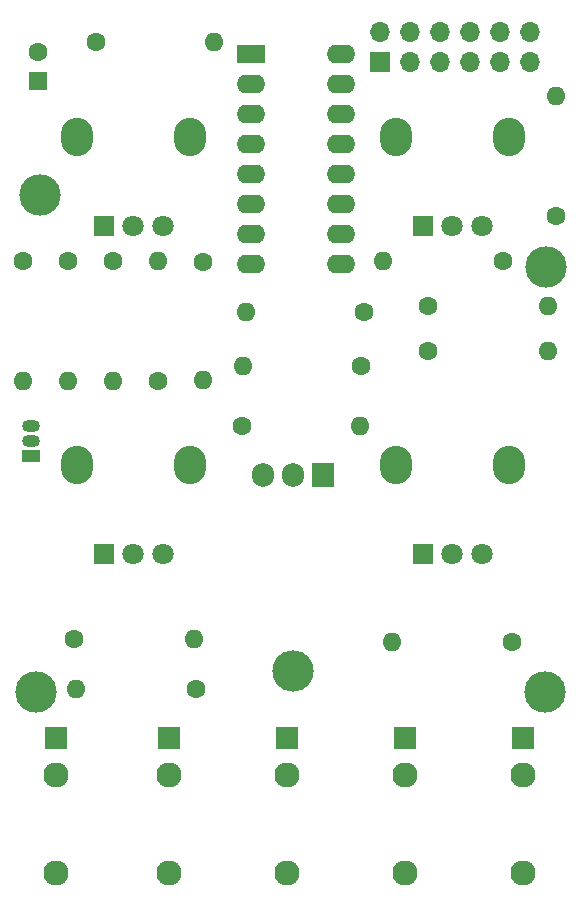
<source format=gbr>
%TF.GenerationSoftware,KiCad,Pcbnew,(6.0.8)*%
%TF.CreationDate,2022-12-02T10:00:09+00:00*%
%TF.ProjectId,DSP 1.0,44535020-312e-4302-9e6b-696361645f70,rev?*%
%TF.SameCoordinates,Original*%
%TF.FileFunction,Soldermask,Bot*%
%TF.FilePolarity,Negative*%
%FSLAX46Y46*%
G04 Gerber Fmt 4.6, Leading zero omitted, Abs format (unit mm)*
G04 Created by KiCad (PCBNEW (6.0.8)) date 2022-12-02 10:00:09*
%MOMM*%
%LPD*%
G01*
G04 APERTURE LIST*
%ADD10C,1.600000*%
%ADD11O,1.600000X1.600000*%
%ADD12R,1.930000X1.830000*%
%ADD13C,2.130000*%
%ADD14C,3.500000*%
%ADD15O,2.720000X3.240000*%
%ADD16R,1.800000X1.800000*%
%ADD17C,1.800000*%
%ADD18O,3.500000X3.500000*%
%ADD19R,1.905000X2.000000*%
%ADD20O,1.905000X2.000000*%
%ADD21R,1.500000X1.050000*%
%ADD22O,1.500000X1.050000*%
%ADD23R,1.700000X1.700000*%
%ADD24O,1.700000X1.700000*%
%ADD25R,2.400000X1.600000*%
%ADD26O,2.400000X1.600000*%
%ADD27R,1.600000X1.600000*%
G04 APERTURE END LIST*
D10*
%TO.C,C4*%
X55706000Y-75438000D03*
D11*
X65706000Y-75438000D03*
%TD*%
D12*
%TO.C,In2*%
X71849000Y-134366000D03*
D13*
X71849000Y-145766000D03*
X71849000Y-137466000D03*
%TD*%
D10*
%TO.C,R3*%
X90170000Y-93980000D03*
D11*
X80010000Y-93980000D03*
%TD*%
D10*
%TO.C,R6*%
X83820000Y-101600000D03*
D11*
X93980000Y-101600000D03*
%TD*%
D10*
%TO.C,C6*%
X68025000Y-107950000D03*
D11*
X78025000Y-107950000D03*
%TD*%
D12*
%TO.C,Right1*%
X91849000Y-134366000D03*
D13*
X91849000Y-145766000D03*
X91849000Y-137466000D03*
%TD*%
D14*
%TO.C,REF\u002A\u002A*%
X50571400Y-130429000D03*
%TD*%
D15*
%TO.C,RV4*%
X81054000Y-83500000D03*
X90654000Y-83500000D03*
D16*
X83354000Y-91000000D03*
D17*
X85854000Y-91000000D03*
X88354000Y-91000000D03*
%TD*%
D10*
%TO.C,C1*%
X64770000Y-94060000D03*
D11*
X64770000Y-104060000D03*
%TD*%
D10*
%TO.C,Rx5*%
X53340000Y-93980000D03*
D11*
X53340000Y-104140000D03*
%TD*%
D10*
%TO.C,C7*%
X78105000Y-102870000D03*
D11*
X68105000Y-102870000D03*
%TD*%
D12*
%TO.C,feedback/wet1*%
X61849000Y-134366000D03*
D13*
X61849000Y-145766000D03*
X61849000Y-137466000D03*
%TD*%
D18*
%TO.C,U3*%
X72390000Y-128715000D03*
D19*
X74930000Y-112055000D03*
D20*
X72390000Y-112055000D03*
X69850000Y-112055000D03*
%TD*%
D21*
%TO.C,Q1*%
X50165000Y-110490000D03*
D22*
X50165000Y-109220000D03*
X50165000Y-107950000D03*
%TD*%
D14*
%TO.C,REF\u002A\u002A*%
X50927000Y-88392000D03*
%TD*%
D15*
%TO.C,RV1*%
X54054000Y-111255000D03*
X63654000Y-111255000D03*
D16*
X56354000Y-118755000D03*
D17*
X58854000Y-118755000D03*
X61354000Y-118755000D03*
%TD*%
D12*
%TO.C,In1*%
X52319000Y-134366000D03*
D13*
X52319000Y-145766000D03*
X52319000Y-137466000D03*
%TD*%
D14*
%TO.C,REF\u002A\u002A*%
X93726000Y-130429000D03*
%TD*%
D10*
%TO.C,Rx4*%
X64135000Y-130175000D03*
D11*
X53975000Y-130175000D03*
%TD*%
D10*
%TO.C,Rx2*%
X49530000Y-93980000D03*
D11*
X49530000Y-104140000D03*
%TD*%
D23*
%TO.C,Jpcb1*%
X79761000Y-77094000D03*
D24*
X79761000Y-74554000D03*
X82301000Y-77094000D03*
X82301000Y-74554000D03*
X84841000Y-77094000D03*
X84841000Y-74554000D03*
X87381000Y-77094000D03*
X87381000Y-74554000D03*
X89921000Y-77094000D03*
X89921000Y-74554000D03*
X92461000Y-77094000D03*
X92461000Y-74554000D03*
%TD*%
D25*
%TO.C,U4*%
X68834000Y-76454000D03*
D26*
X68834000Y-78994000D03*
X68834000Y-81534000D03*
X68834000Y-84074000D03*
X68834000Y-86614000D03*
X68834000Y-89154000D03*
X68834000Y-91694000D03*
X68834000Y-94234000D03*
X76454000Y-94234000D03*
X76454000Y-91694000D03*
X76454000Y-89154000D03*
X76454000Y-86614000D03*
X76454000Y-84074000D03*
X76454000Y-81534000D03*
X76454000Y-78994000D03*
X76454000Y-76454000D03*
%TD*%
D15*
%TO.C,RV3*%
X63654000Y-83500000D03*
X54054000Y-83500000D03*
D16*
X56354000Y-91000000D03*
D17*
X58854000Y-91000000D03*
X61354000Y-91000000D03*
%TD*%
D10*
%TO.C,R4*%
X94615000Y-90170000D03*
D11*
X94615000Y-80010000D03*
%TD*%
D10*
%TO.C,Rx1*%
X60960000Y-104140000D03*
D11*
X60960000Y-93980000D03*
%TD*%
D14*
%TO.C,REF\u002A\u002A*%
X93776800Y-94437200D03*
%TD*%
D10*
%TO.C,R1*%
X53848000Y-125984000D03*
D11*
X64008000Y-125984000D03*
%TD*%
D12*
%TO.C,Left1*%
X81849000Y-134366000D03*
D13*
X81849000Y-145766000D03*
X81849000Y-137466000D03*
%TD*%
D27*
%TO.C,C5*%
X50800000Y-78740000D03*
D10*
X50800000Y-76240000D03*
%TD*%
%TO.C,Rx3*%
X57150000Y-93980000D03*
D11*
X57150000Y-104140000D03*
%TD*%
D10*
%TO.C,R5*%
X83820000Y-97790000D03*
D11*
X93980000Y-97790000D03*
%TD*%
D10*
%TO.C,C2*%
X78406000Y-98298000D03*
D11*
X68406000Y-98298000D03*
%TD*%
D10*
%TO.C,R7*%
X90932000Y-126238000D03*
D11*
X80772000Y-126238000D03*
%TD*%
D15*
%TO.C,RV2*%
X90654000Y-111255000D03*
X81054000Y-111255000D03*
D16*
X83354000Y-118755000D03*
D17*
X85854000Y-118755000D03*
X88354000Y-118755000D03*
%TD*%
M02*

</source>
